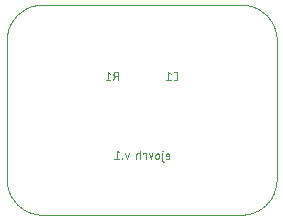
<source format=gbo>
G04 EAGLE Gerber RS-274X export*
G75*
%MOMM*%
%FSLAX35Y35*%
%LPD*%
%INsilk_bottom*%
%IPPOS*%
%AMOC8*
5,1,8,0,0,1.08239X$1,22.5*%
G01*
%ADD10C,0.000000*%
%ADD11C,0.050800*%


D10*
X1778000Y2240000D02*
X1778000Y1062000D01*
X1778088Y1054751D01*
X1778350Y1047506D01*
X1778788Y1040270D01*
X1779401Y1033046D01*
X1780187Y1025839D01*
X1781148Y1018653D01*
X1782282Y1011493D01*
X1783589Y1004362D01*
X1785068Y997265D01*
X1786717Y990205D01*
X1788537Y983188D01*
X1790526Y976216D01*
X1792683Y969295D01*
X1795006Y962428D01*
X1797495Y955619D01*
X1800148Y948872D01*
X1802962Y942191D01*
X1805938Y935580D01*
X1809072Y929043D01*
X1812363Y922583D01*
X1815810Y916205D01*
X1819409Y909912D01*
X1823160Y903708D01*
X1827059Y897596D01*
X1831105Y891581D01*
X1835295Y885664D01*
X1839627Y879851D01*
X1844098Y874144D01*
X1848705Y868547D01*
X1853447Y863063D01*
X1858319Y857695D01*
X1863320Y852447D01*
X1868447Y847320D01*
X1873695Y842319D01*
X1879063Y837447D01*
X1884547Y832705D01*
X1890144Y828098D01*
X1895851Y823627D01*
X1901664Y819295D01*
X1907581Y815105D01*
X1913596Y811059D01*
X1919708Y807160D01*
X1925912Y803409D01*
X1932205Y799810D01*
X1938583Y796363D01*
X1945043Y793072D01*
X1951580Y789938D01*
X1958191Y786962D01*
X1964872Y784148D01*
X1971619Y781495D01*
X1978428Y779006D01*
X1985295Y776683D01*
X1992216Y774526D01*
X1999188Y772537D01*
X2006205Y770717D01*
X2013265Y769068D01*
X2020362Y767589D01*
X2027493Y766282D01*
X2034653Y765148D01*
X2041839Y764187D01*
X2049046Y763401D01*
X2056270Y762788D01*
X2063506Y762350D01*
X2070751Y762088D01*
X2078000Y762000D01*
X3762337Y762000D01*
X3769696Y762090D01*
X3777050Y762361D01*
X3784395Y762812D01*
X3791727Y763443D01*
X3799042Y764254D01*
X3806334Y765244D01*
X3813600Y766412D01*
X3820835Y767759D01*
X3828034Y769282D01*
X3835195Y770981D01*
X3842311Y772856D01*
X3849379Y774905D01*
X3856395Y777126D01*
X3863354Y779519D01*
X3870253Y782082D01*
X3877086Y784813D01*
X3883851Y787711D01*
X3890542Y790774D01*
X3897157Y794001D01*
X3903690Y797388D01*
X3910138Y800935D01*
X3916497Y804639D01*
X3922763Y808498D01*
X3928933Y812509D01*
X3935003Y816670D01*
X3940968Y820980D01*
X3946827Y825434D01*
X3952574Y830030D01*
X3958206Y834766D01*
X3963721Y839639D01*
X3969115Y844646D01*
X3974384Y849783D01*
X3979526Y855048D01*
X3984537Y860438D01*
X3989414Y865949D01*
X3994154Y871578D01*
X3998755Y877321D01*
X4003214Y883176D01*
X4007528Y889138D01*
X4011694Y895204D01*
X4015711Y901371D01*
X4019574Y907634D01*
X4023283Y913990D01*
X4026835Y920435D01*
X4030228Y926966D01*
X4033460Y933577D01*
X4036528Y940266D01*
X4039432Y947028D01*
X4042169Y953860D01*
X4044737Y960756D01*
X4047135Y967714D01*
X4049362Y974728D01*
X4051417Y981794D01*
X4053297Y988909D01*
X4055002Y996068D01*
X4056531Y1003267D01*
X4057884Y1010501D01*
X4059058Y1017765D01*
X4060054Y1025057D01*
X4060870Y1032371D01*
X4061507Y1039702D01*
X4061964Y1047047D01*
X4062241Y1054401D01*
X4062337Y1061760D01*
X4063662Y2239685D01*
X4063582Y2246939D01*
X4063327Y2254189D01*
X4062896Y2261431D01*
X4062291Y2268660D01*
X4061511Y2275872D01*
X4060557Y2283064D01*
X4059429Y2290230D01*
X4058128Y2297367D01*
X4056655Y2304471D01*
X4055010Y2311536D01*
X4053196Y2318560D01*
X4051212Y2325538D01*
X4049059Y2332466D01*
X4046740Y2339340D01*
X4044256Y2346156D01*
X4041607Y2352910D01*
X4038796Y2359598D01*
X4035823Y2366215D01*
X4032692Y2372759D01*
X4029403Y2379226D01*
X4025959Y2385611D01*
X4022362Y2391910D01*
X4018613Y2398121D01*
X4014715Y2404240D01*
X4010671Y2410262D01*
X4006482Y2416185D01*
X4002151Y2422005D01*
X3997680Y2427718D01*
X3993073Y2433322D01*
X3988331Y2438813D01*
X3983458Y2444187D01*
X3978457Y2449442D01*
X3973330Y2454574D01*
X3968080Y2459581D01*
X3962711Y2464460D01*
X3957225Y2469207D01*
X3951626Y2473821D01*
X3945918Y2478297D01*
X3940102Y2482634D01*
X3934184Y2486830D01*
X3928166Y2490881D01*
X3922051Y2494785D01*
X3915844Y2498540D01*
X3909548Y2502144D01*
X3903167Y2505595D01*
X3896704Y2508890D01*
X3890163Y2512029D01*
X3883549Y2515008D01*
X3876864Y2517826D01*
X3870113Y2520482D01*
X3863300Y2522974D01*
X3856428Y2525300D01*
X3849503Y2527460D01*
X3842527Y2529451D01*
X3835505Y2531273D01*
X3828441Y2532925D01*
X3821339Y2534405D01*
X3814203Y2535714D01*
X3807038Y2536849D01*
X3799848Y2537811D01*
X3792636Y2538599D01*
X3785407Y2539212D01*
X3778166Y2539650D01*
X3770916Y2539913D01*
X3763662Y2540000D01*
X3763663Y2540000D02*
X2078000Y2540000D01*
X2070751Y2539912D01*
X2063506Y2539650D01*
X2056270Y2539212D01*
X2049046Y2538599D01*
X2041839Y2537813D01*
X2034653Y2536852D01*
X2027493Y2535718D01*
X2020362Y2534411D01*
X2013265Y2532932D01*
X2006205Y2531283D01*
X1999188Y2529463D01*
X1992216Y2527474D01*
X1985295Y2525317D01*
X1978428Y2522994D01*
X1971619Y2520505D01*
X1964872Y2517852D01*
X1958191Y2515038D01*
X1951580Y2512062D01*
X1945043Y2508928D01*
X1938583Y2505637D01*
X1932205Y2502190D01*
X1925912Y2498591D01*
X1919708Y2494840D01*
X1913596Y2490941D01*
X1907581Y2486895D01*
X1901664Y2482705D01*
X1895851Y2478373D01*
X1890144Y2473902D01*
X1884547Y2469295D01*
X1879063Y2464553D01*
X1873695Y2459681D01*
X1868447Y2454680D01*
X1863320Y2449553D01*
X1858319Y2444305D01*
X1853447Y2438937D01*
X1848705Y2433453D01*
X1844098Y2427856D01*
X1839627Y2422149D01*
X1835295Y2416336D01*
X1831105Y2410419D01*
X1827059Y2404404D01*
X1823160Y2398292D01*
X1819409Y2392088D01*
X1815810Y2385795D01*
X1812363Y2379417D01*
X1809072Y2372957D01*
X1805938Y2366420D01*
X1802962Y2359809D01*
X1800148Y2353128D01*
X1797495Y2346381D01*
X1795006Y2339572D01*
X1792683Y2332705D01*
X1790526Y2325784D01*
X1788537Y2318812D01*
X1786717Y2311795D01*
X1785068Y2304735D01*
X1783589Y2297638D01*
X1782282Y2290507D01*
X1781148Y2283347D01*
X1780187Y2276161D01*
X1779401Y2268954D01*
X1778788Y2261730D01*
X1778350Y2254494D01*
X1778088Y2247249D01*
X1778000Y2240000D01*
D11*
X3122278Y1235040D02*
X3141701Y1235040D01*
X3141983Y1235043D01*
X3142264Y1235054D01*
X3142545Y1235071D01*
X3142826Y1235094D01*
X3143106Y1235125D01*
X3143385Y1235162D01*
X3143663Y1235206D01*
X3143940Y1235257D01*
X3144216Y1235315D01*
X3144490Y1235379D01*
X3144762Y1235449D01*
X3145033Y1235527D01*
X3145302Y1235610D01*
X3145569Y1235701D01*
X3145833Y1235797D01*
X3146095Y1235900D01*
X3146355Y1236010D01*
X3146612Y1236125D01*
X3146866Y1236247D01*
X3147116Y1236375D01*
X3147364Y1236509D01*
X3147609Y1236648D01*
X3147850Y1236794D01*
X3148087Y1236946D01*
X3148321Y1237103D01*
X3148550Y1237266D01*
X3148776Y1237434D01*
X3148998Y1237607D01*
X3149215Y1237786D01*
X3149428Y1237971D01*
X3149637Y1238160D01*
X3149841Y1238354D01*
X3150040Y1238553D01*
X3150234Y1238757D01*
X3150423Y1238966D01*
X3150608Y1239179D01*
X3150787Y1239396D01*
X3150960Y1239618D01*
X3151128Y1239844D01*
X3151291Y1240073D01*
X3151448Y1240307D01*
X3151600Y1240544D01*
X3151746Y1240785D01*
X3151885Y1241030D01*
X3152019Y1241278D01*
X3152147Y1241528D01*
X3152269Y1241782D01*
X3152384Y1242039D01*
X3152494Y1242299D01*
X3152597Y1242561D01*
X3152693Y1242825D01*
X3152784Y1243092D01*
X3152867Y1243361D01*
X3152945Y1243632D01*
X3153015Y1243904D01*
X3153079Y1244178D01*
X3153137Y1244454D01*
X3153188Y1244731D01*
X3153232Y1245009D01*
X3153269Y1245288D01*
X3153300Y1245568D01*
X3153323Y1245849D01*
X3153340Y1246130D01*
X3153351Y1246411D01*
X3153354Y1246693D01*
X3153354Y1266115D01*
X3153349Y1266493D01*
X3153336Y1266872D01*
X3153313Y1267249D01*
X3153280Y1267626D01*
X3153239Y1268002D01*
X3153188Y1268377D01*
X3153129Y1268751D01*
X3153060Y1269123D01*
X3152982Y1269493D01*
X3152896Y1269862D01*
X3152800Y1270228D01*
X3152695Y1270591D01*
X3152582Y1270952D01*
X3152460Y1271311D01*
X3152329Y1271666D01*
X3152189Y1272017D01*
X3152041Y1272366D01*
X3151885Y1272710D01*
X3151720Y1273051D01*
X3151547Y1273387D01*
X3151366Y1273720D01*
X3151177Y1274047D01*
X3150980Y1274370D01*
X3150775Y1274688D01*
X3150562Y1275001D01*
X3150342Y1275309D01*
X3150114Y1275611D01*
X3149879Y1275908D01*
X3149637Y1276199D01*
X3149388Y1276484D01*
X3149132Y1276763D01*
X3148870Y1277035D01*
X3148601Y1277301D01*
X3148325Y1277560D01*
X3148043Y1277813D01*
X3147755Y1278058D01*
X3147461Y1278297D01*
X3147162Y1278528D01*
X3146857Y1278752D01*
X3146547Y1278968D01*
X3146231Y1279177D01*
X3145910Y1279378D01*
X3145585Y1279571D01*
X3145255Y1279756D01*
X3144921Y1279934D01*
X3144582Y1280103D01*
X3144239Y1280263D01*
X3143893Y1280415D01*
X3143543Y1280559D01*
X3143190Y1280694D01*
X3142833Y1280821D01*
X3142473Y1280939D01*
X3142111Y1281048D01*
X3141746Y1281148D01*
X3141379Y1281239D01*
X3141010Y1281321D01*
X3140638Y1281395D01*
X3140265Y1281459D01*
X3139891Y1281514D01*
X3139515Y1281560D01*
X3139139Y1281597D01*
X3138761Y1281624D01*
X3138383Y1281643D01*
X3138005Y1281652D01*
X3137627Y1281652D01*
X3137249Y1281643D01*
X3136871Y1281624D01*
X3136493Y1281597D01*
X3136117Y1281560D01*
X3135741Y1281514D01*
X3135367Y1281459D01*
X3134994Y1281395D01*
X3134622Y1281321D01*
X3134253Y1281239D01*
X3133886Y1281148D01*
X3133521Y1281048D01*
X3133159Y1280939D01*
X3132799Y1280821D01*
X3132442Y1280694D01*
X3132089Y1280559D01*
X3131739Y1280415D01*
X3131393Y1280263D01*
X3131050Y1280103D01*
X3130711Y1279934D01*
X3130377Y1279756D01*
X3130047Y1279571D01*
X3129722Y1279378D01*
X3129401Y1279177D01*
X3129085Y1278968D01*
X3128775Y1278752D01*
X3128470Y1278528D01*
X3128171Y1278297D01*
X3127877Y1278058D01*
X3127589Y1277813D01*
X3127307Y1277560D01*
X3127031Y1277301D01*
X3126762Y1277035D01*
X3126500Y1276763D01*
X3126244Y1276484D01*
X3125995Y1276199D01*
X3125753Y1275908D01*
X3125518Y1275611D01*
X3125290Y1275309D01*
X3125070Y1275001D01*
X3124857Y1274688D01*
X3124652Y1274370D01*
X3124455Y1274047D01*
X3124266Y1273720D01*
X3124085Y1273387D01*
X3123912Y1273051D01*
X3123747Y1272710D01*
X3123591Y1272366D01*
X3123443Y1272017D01*
X3123303Y1271666D01*
X3123172Y1271311D01*
X3123050Y1270952D01*
X3122937Y1270591D01*
X3122832Y1270228D01*
X3122736Y1269862D01*
X3122650Y1269493D01*
X3122572Y1269123D01*
X3122503Y1268751D01*
X3122444Y1268377D01*
X3122393Y1268002D01*
X3122352Y1267626D01*
X3122319Y1267249D01*
X3122296Y1266872D01*
X3122283Y1266493D01*
X3122278Y1266115D01*
X3122278Y1258347D01*
X3153354Y1258347D01*
X3096144Y1281653D02*
X3096144Y1223387D01*
X3096148Y1223101D01*
X3096158Y1222815D01*
X3096176Y1222530D01*
X3096200Y1222245D01*
X3096232Y1221960D01*
X3096270Y1221677D01*
X3096316Y1221395D01*
X3096368Y1221113D01*
X3096427Y1220834D01*
X3096493Y1220555D01*
X3096566Y1220279D01*
X3096646Y1220004D01*
X3096732Y1219731D01*
X3096825Y1219461D01*
X3096925Y1219193D01*
X3097031Y1218927D01*
X3097144Y1218664D01*
X3097263Y1218404D01*
X3097388Y1218147D01*
X3097520Y1217894D01*
X3097658Y1217643D01*
X3097802Y1217396D01*
X3097952Y1217152D01*
X3098108Y1216913D01*
X3098270Y1216677D01*
X3098437Y1216445D01*
X3098610Y1216217D01*
X3098789Y1215994D01*
X3098973Y1215775D01*
X3099163Y1215561D01*
X3099357Y1215351D01*
X3099557Y1215147D01*
X3099762Y1214947D01*
X3099971Y1214752D01*
X3100186Y1214563D01*
X3100405Y1214379D01*
X3100628Y1214200D01*
X3100855Y1214027D01*
X3101087Y1213859D01*
X3101323Y1213697D01*
X3101563Y1213541D01*
X3101806Y1213391D01*
X3102053Y1213247D01*
X3102304Y1213109D01*
X3102558Y1212978D01*
X3102815Y1212852D01*
X3103075Y1212733D01*
X3103338Y1212620D01*
X3103603Y1212514D01*
X3103871Y1212414D01*
X3104142Y1212321D01*
X3104415Y1212235D01*
X3104689Y1212155D01*
X3104966Y1212082D01*
X3105244Y1212016D01*
X3105524Y1211957D01*
X3105805Y1211905D01*
X3106087Y1211859D01*
X3106371Y1211821D01*
X3106655Y1211789D01*
X3106940Y1211765D01*
X3107226Y1211747D01*
X3107511Y1211737D01*
X3107797Y1211733D01*
X3111681Y1211733D01*
X3098086Y1301075D02*
X3098086Y1304960D01*
X3094201Y1304960D01*
X3094201Y1301075D01*
X3098086Y1301075D01*
X3067854Y1266115D02*
X3067854Y1250578D01*
X3067854Y1266115D02*
X3067849Y1266493D01*
X3067836Y1266872D01*
X3067813Y1267249D01*
X3067780Y1267626D01*
X3067739Y1268002D01*
X3067688Y1268377D01*
X3067629Y1268751D01*
X3067560Y1269123D01*
X3067482Y1269493D01*
X3067396Y1269862D01*
X3067300Y1270228D01*
X3067195Y1270591D01*
X3067082Y1270952D01*
X3066960Y1271311D01*
X3066829Y1271666D01*
X3066689Y1272017D01*
X3066541Y1272366D01*
X3066385Y1272710D01*
X3066220Y1273051D01*
X3066047Y1273387D01*
X3065866Y1273720D01*
X3065677Y1274047D01*
X3065480Y1274370D01*
X3065275Y1274688D01*
X3065062Y1275001D01*
X3064842Y1275309D01*
X3064614Y1275611D01*
X3064379Y1275908D01*
X3064137Y1276199D01*
X3063888Y1276484D01*
X3063632Y1276763D01*
X3063370Y1277035D01*
X3063101Y1277301D01*
X3062825Y1277560D01*
X3062543Y1277813D01*
X3062255Y1278058D01*
X3061961Y1278297D01*
X3061662Y1278528D01*
X3061357Y1278752D01*
X3061047Y1278968D01*
X3060731Y1279177D01*
X3060410Y1279378D01*
X3060085Y1279571D01*
X3059755Y1279756D01*
X3059421Y1279934D01*
X3059082Y1280103D01*
X3058739Y1280263D01*
X3058393Y1280415D01*
X3058043Y1280559D01*
X3057690Y1280694D01*
X3057333Y1280821D01*
X3056973Y1280939D01*
X3056611Y1281048D01*
X3056246Y1281148D01*
X3055879Y1281239D01*
X3055510Y1281321D01*
X3055138Y1281395D01*
X3054765Y1281459D01*
X3054391Y1281514D01*
X3054015Y1281560D01*
X3053639Y1281597D01*
X3053261Y1281624D01*
X3052883Y1281643D01*
X3052505Y1281652D01*
X3052127Y1281652D01*
X3051749Y1281643D01*
X3051371Y1281624D01*
X3050993Y1281597D01*
X3050617Y1281560D01*
X3050241Y1281514D01*
X3049867Y1281459D01*
X3049494Y1281395D01*
X3049122Y1281321D01*
X3048753Y1281239D01*
X3048386Y1281148D01*
X3048021Y1281048D01*
X3047659Y1280939D01*
X3047299Y1280821D01*
X3046942Y1280694D01*
X3046589Y1280559D01*
X3046239Y1280415D01*
X3045893Y1280263D01*
X3045550Y1280103D01*
X3045211Y1279934D01*
X3044877Y1279756D01*
X3044547Y1279571D01*
X3044222Y1279378D01*
X3043901Y1279177D01*
X3043585Y1278968D01*
X3043275Y1278752D01*
X3042970Y1278528D01*
X3042671Y1278297D01*
X3042377Y1278058D01*
X3042089Y1277813D01*
X3041807Y1277560D01*
X3041531Y1277301D01*
X3041262Y1277035D01*
X3041000Y1276763D01*
X3040744Y1276484D01*
X3040495Y1276199D01*
X3040253Y1275908D01*
X3040018Y1275611D01*
X3039790Y1275309D01*
X3039570Y1275001D01*
X3039357Y1274688D01*
X3039152Y1274370D01*
X3038955Y1274047D01*
X3038766Y1273720D01*
X3038585Y1273387D01*
X3038412Y1273051D01*
X3038247Y1272710D01*
X3038091Y1272366D01*
X3037943Y1272017D01*
X3037803Y1271666D01*
X3037672Y1271311D01*
X3037550Y1270952D01*
X3037437Y1270591D01*
X3037332Y1270228D01*
X3037236Y1269862D01*
X3037150Y1269493D01*
X3037072Y1269123D01*
X3037003Y1268751D01*
X3036944Y1268377D01*
X3036893Y1268002D01*
X3036852Y1267626D01*
X3036819Y1267249D01*
X3036796Y1266872D01*
X3036783Y1266493D01*
X3036778Y1266115D01*
X3036779Y1266115D02*
X3036779Y1250578D01*
X3036778Y1250578D02*
X3036783Y1250200D01*
X3036796Y1249821D01*
X3036819Y1249444D01*
X3036852Y1249067D01*
X3036893Y1248691D01*
X3036944Y1248316D01*
X3037003Y1247942D01*
X3037072Y1247570D01*
X3037150Y1247200D01*
X3037236Y1246831D01*
X3037332Y1246465D01*
X3037437Y1246102D01*
X3037550Y1245741D01*
X3037672Y1245382D01*
X3037803Y1245027D01*
X3037943Y1244676D01*
X3038091Y1244327D01*
X3038247Y1243983D01*
X3038412Y1243642D01*
X3038585Y1243306D01*
X3038766Y1242973D01*
X3038955Y1242646D01*
X3039152Y1242323D01*
X3039357Y1242005D01*
X3039570Y1241692D01*
X3039790Y1241384D01*
X3040018Y1241082D01*
X3040253Y1240785D01*
X3040495Y1240494D01*
X3040744Y1240209D01*
X3041000Y1239930D01*
X3041262Y1239658D01*
X3041531Y1239392D01*
X3041807Y1239133D01*
X3042089Y1238880D01*
X3042377Y1238635D01*
X3042671Y1238396D01*
X3042970Y1238165D01*
X3043275Y1237941D01*
X3043585Y1237725D01*
X3043901Y1237516D01*
X3044222Y1237315D01*
X3044547Y1237122D01*
X3044877Y1236937D01*
X3045211Y1236759D01*
X3045550Y1236590D01*
X3045893Y1236430D01*
X3046239Y1236278D01*
X3046589Y1236134D01*
X3046942Y1235999D01*
X3047299Y1235872D01*
X3047659Y1235754D01*
X3048021Y1235645D01*
X3048386Y1235545D01*
X3048753Y1235454D01*
X3049122Y1235372D01*
X3049494Y1235298D01*
X3049867Y1235234D01*
X3050241Y1235179D01*
X3050617Y1235133D01*
X3050993Y1235096D01*
X3051371Y1235069D01*
X3051749Y1235050D01*
X3052127Y1235041D01*
X3052505Y1235041D01*
X3052883Y1235050D01*
X3053261Y1235069D01*
X3053639Y1235096D01*
X3054015Y1235133D01*
X3054391Y1235179D01*
X3054765Y1235234D01*
X3055138Y1235298D01*
X3055510Y1235372D01*
X3055879Y1235454D01*
X3056246Y1235545D01*
X3056611Y1235645D01*
X3056973Y1235754D01*
X3057333Y1235872D01*
X3057690Y1235999D01*
X3058043Y1236134D01*
X3058393Y1236278D01*
X3058739Y1236430D01*
X3059082Y1236590D01*
X3059421Y1236759D01*
X3059755Y1236937D01*
X3060085Y1237122D01*
X3060410Y1237315D01*
X3060731Y1237516D01*
X3061047Y1237725D01*
X3061357Y1237941D01*
X3061662Y1238165D01*
X3061961Y1238396D01*
X3062255Y1238635D01*
X3062543Y1238880D01*
X3062825Y1239133D01*
X3063101Y1239392D01*
X3063370Y1239658D01*
X3063632Y1239930D01*
X3063888Y1240209D01*
X3064137Y1240494D01*
X3064379Y1240785D01*
X3064614Y1241082D01*
X3064842Y1241384D01*
X3065062Y1241692D01*
X3065275Y1242005D01*
X3065480Y1242323D01*
X3065677Y1242646D01*
X3065866Y1242973D01*
X3066047Y1243306D01*
X3066220Y1243642D01*
X3066385Y1243983D01*
X3066541Y1244327D01*
X3066689Y1244676D01*
X3066829Y1245027D01*
X3066960Y1245382D01*
X3067082Y1245741D01*
X3067195Y1246102D01*
X3067300Y1246465D01*
X3067396Y1246831D01*
X3067482Y1247200D01*
X3067560Y1247570D01*
X3067629Y1247942D01*
X3067688Y1248316D01*
X3067739Y1248691D01*
X3067780Y1249067D01*
X3067813Y1249444D01*
X3067836Y1249821D01*
X3067849Y1250200D01*
X3067854Y1250578D01*
X3011604Y1281653D02*
X2996067Y1235040D01*
X2980529Y1281653D01*
X2952743Y1281653D02*
X2952743Y1235040D01*
X2952743Y1281653D02*
X2929436Y1281653D01*
X2929436Y1273884D01*
X2905855Y1304960D02*
X2905855Y1235040D01*
X2905855Y1281653D02*
X2886433Y1281653D01*
X2886151Y1281650D01*
X2885870Y1281639D01*
X2885589Y1281622D01*
X2885308Y1281599D01*
X2885028Y1281568D01*
X2884749Y1281531D01*
X2884471Y1281487D01*
X2884194Y1281436D01*
X2883918Y1281378D01*
X2883644Y1281314D01*
X2883372Y1281244D01*
X2883101Y1281166D01*
X2882832Y1281083D01*
X2882565Y1280992D01*
X2882301Y1280896D01*
X2882039Y1280793D01*
X2881779Y1280683D01*
X2881522Y1280568D01*
X2881268Y1280446D01*
X2881018Y1280318D01*
X2880770Y1280184D01*
X2880525Y1280045D01*
X2880284Y1279899D01*
X2880047Y1279747D01*
X2879813Y1279590D01*
X2879584Y1279427D01*
X2879358Y1279259D01*
X2879136Y1279086D01*
X2878919Y1278907D01*
X2878706Y1278722D01*
X2878497Y1278533D01*
X2878293Y1278339D01*
X2878094Y1278140D01*
X2877900Y1277936D01*
X2877711Y1277727D01*
X2877526Y1277514D01*
X2877347Y1277297D01*
X2877174Y1277075D01*
X2877006Y1276849D01*
X2876843Y1276620D01*
X2876686Y1276386D01*
X2876534Y1276149D01*
X2876388Y1275908D01*
X2876249Y1275663D01*
X2876115Y1275415D01*
X2875987Y1275165D01*
X2875865Y1274911D01*
X2875750Y1274654D01*
X2875640Y1274394D01*
X2875537Y1274132D01*
X2875441Y1273868D01*
X2875350Y1273601D01*
X2875267Y1273332D01*
X2875189Y1273061D01*
X2875119Y1272789D01*
X2875055Y1272515D01*
X2874997Y1272239D01*
X2874946Y1271962D01*
X2874902Y1271684D01*
X2874865Y1271405D01*
X2874834Y1271125D01*
X2874811Y1270844D01*
X2874794Y1270563D01*
X2874783Y1270282D01*
X2874780Y1270000D01*
X2874780Y1235040D01*
X2811356Y1281653D02*
X2795818Y1235040D01*
X2780280Y1281653D01*
X2757260Y1238924D02*
X2757260Y1235040D01*
X2757260Y1238924D02*
X2753376Y1238924D01*
X2753376Y1235040D01*
X2757260Y1235040D01*
X2727490Y1289422D02*
X2708068Y1304960D01*
X2708068Y1235040D01*
X2727490Y1235040D02*
X2688646Y1235040D01*
X2719972Y1901790D02*
X2719972Y1971710D01*
X2700549Y1971710D01*
X2700549Y1971711D02*
X2700076Y1971705D01*
X2699603Y1971688D01*
X2699131Y1971659D01*
X2698660Y1971619D01*
X2698190Y1971567D01*
X2697721Y1971504D01*
X2697254Y1971429D01*
X2696789Y1971344D01*
X2696326Y1971246D01*
X2695865Y1971138D01*
X2695408Y1971018D01*
X2694953Y1970887D01*
X2694502Y1970746D01*
X2694054Y1970593D01*
X2693611Y1970429D01*
X2693171Y1970255D01*
X2692735Y1970070D01*
X2692305Y1969875D01*
X2691879Y1969669D01*
X2691458Y1969452D01*
X2691043Y1969226D01*
X2690633Y1968989D01*
X2690230Y1968743D01*
X2689832Y1968487D01*
X2689441Y1968221D01*
X2689056Y1967946D01*
X2688678Y1967661D01*
X2688307Y1967368D01*
X2687944Y1967065D01*
X2687588Y1966754D01*
X2687239Y1966434D01*
X2686899Y1966105D01*
X2686566Y1965769D01*
X2686242Y1965425D01*
X2685927Y1965072D01*
X2685620Y1964712D01*
X2685321Y1964345D01*
X2685032Y1963971D01*
X2684752Y1963589D01*
X2684482Y1963201D01*
X2684221Y1962807D01*
X2683970Y1962406D01*
X2683728Y1962000D01*
X2683497Y1961587D01*
X2683275Y1961169D01*
X2683064Y1960746D01*
X2682863Y1960317D01*
X2682673Y1959884D01*
X2682493Y1959447D01*
X2682324Y1959005D01*
X2682166Y1958559D01*
X2682019Y1958110D01*
X2681883Y1957657D01*
X2681758Y1957201D01*
X2681644Y1956742D01*
X2681541Y1956280D01*
X2681449Y1955816D01*
X2681369Y1955350D01*
X2681300Y1954882D01*
X2681243Y1954412D01*
X2681197Y1953942D01*
X2681162Y1953470D01*
X2681139Y1952997D01*
X2681127Y1952525D01*
X2681127Y1952051D01*
X2681139Y1951579D01*
X2681162Y1951106D01*
X2681197Y1950634D01*
X2681243Y1950164D01*
X2681300Y1949694D01*
X2681369Y1949226D01*
X2681449Y1948760D01*
X2681541Y1948296D01*
X2681644Y1947834D01*
X2681758Y1947375D01*
X2681883Y1946919D01*
X2682019Y1946466D01*
X2682166Y1946017D01*
X2682324Y1945571D01*
X2682493Y1945129D01*
X2682673Y1944692D01*
X2682863Y1944259D01*
X2683064Y1943830D01*
X2683275Y1943407D01*
X2683497Y1942989D01*
X2683728Y1942577D01*
X2683970Y1942170D01*
X2684221Y1941769D01*
X2684482Y1941375D01*
X2684752Y1940987D01*
X2685032Y1940605D01*
X2685321Y1940231D01*
X2685620Y1939864D01*
X2685927Y1939504D01*
X2686242Y1939151D01*
X2686566Y1938807D01*
X2686899Y1938471D01*
X2687239Y1938142D01*
X2687588Y1937822D01*
X2687944Y1937511D01*
X2688307Y1937208D01*
X2688678Y1936915D01*
X2689056Y1936630D01*
X2689441Y1936355D01*
X2689832Y1936089D01*
X2690230Y1935833D01*
X2690633Y1935587D01*
X2691043Y1935350D01*
X2691458Y1935124D01*
X2691879Y1934907D01*
X2692305Y1934701D01*
X2692735Y1934506D01*
X2693171Y1934321D01*
X2693611Y1934147D01*
X2694054Y1933983D01*
X2694502Y1933830D01*
X2694953Y1933689D01*
X2695408Y1933558D01*
X2695865Y1933438D01*
X2696326Y1933330D01*
X2696789Y1933232D01*
X2697254Y1933147D01*
X2697721Y1933072D01*
X2698190Y1933009D01*
X2698660Y1932957D01*
X2699131Y1932917D01*
X2699603Y1932888D01*
X2700076Y1932871D01*
X2700549Y1932865D01*
X2719972Y1932865D01*
X2696665Y1932865D02*
X2681127Y1901790D01*
X2652873Y1956172D02*
X2633451Y1971710D01*
X2633451Y1901790D01*
X2652873Y1901790D02*
X2614029Y1901790D01*
X3191563Y1901790D02*
X3207100Y1901790D01*
X3207475Y1901795D01*
X3207851Y1901808D01*
X3208225Y1901831D01*
X3208600Y1901863D01*
X3208973Y1901903D01*
X3209345Y1901953D01*
X3209716Y1902012D01*
X3210085Y1902079D01*
X3210453Y1902156D01*
X3210818Y1902242D01*
X3211182Y1902336D01*
X3211543Y1902439D01*
X3211902Y1902550D01*
X3212257Y1902671D01*
X3212610Y1902800D01*
X3212959Y1902937D01*
X3213305Y1903083D01*
X3213648Y1903237D01*
X3213986Y1903399D01*
X3214321Y1903570D01*
X3214651Y1903748D01*
X3214977Y1903935D01*
X3215298Y1904129D01*
X3215615Y1904331D01*
X3215927Y1904540D01*
X3216233Y1904757D01*
X3216534Y1904982D01*
X3216830Y1905213D01*
X3217120Y1905452D01*
X3217404Y1905698D01*
X3217682Y1905950D01*
X3217953Y1906209D01*
X3218219Y1906475D01*
X3218478Y1906746D01*
X3218730Y1907024D01*
X3218976Y1907308D01*
X3219215Y1907598D01*
X3219446Y1907894D01*
X3219671Y1908195D01*
X3219888Y1908501D01*
X3220097Y1908813D01*
X3220299Y1909130D01*
X3220493Y1909451D01*
X3220680Y1909777D01*
X3220858Y1910107D01*
X3221029Y1910442D01*
X3221191Y1910780D01*
X3221345Y1911123D01*
X3221491Y1911469D01*
X3221628Y1911818D01*
X3221757Y1912171D01*
X3221878Y1912526D01*
X3221989Y1912885D01*
X3222092Y1913246D01*
X3222186Y1913610D01*
X3222272Y1913975D01*
X3222349Y1914343D01*
X3222416Y1914712D01*
X3222475Y1915083D01*
X3222525Y1915455D01*
X3222565Y1915828D01*
X3222597Y1916203D01*
X3222620Y1916577D01*
X3222633Y1916953D01*
X3222638Y1917328D01*
X3222638Y1956172D01*
X3222633Y1956547D01*
X3222620Y1956923D01*
X3222597Y1957297D01*
X3222565Y1957672D01*
X3222525Y1958045D01*
X3222475Y1958417D01*
X3222416Y1958788D01*
X3222349Y1959157D01*
X3222272Y1959525D01*
X3222186Y1959890D01*
X3222092Y1960254D01*
X3221989Y1960615D01*
X3221878Y1960974D01*
X3221757Y1961329D01*
X3221628Y1961682D01*
X3221491Y1962031D01*
X3221345Y1962377D01*
X3221191Y1962720D01*
X3221029Y1963058D01*
X3220858Y1963393D01*
X3220680Y1963723D01*
X3220493Y1964049D01*
X3220299Y1964370D01*
X3220097Y1964687D01*
X3219888Y1964999D01*
X3219671Y1965305D01*
X3219446Y1965606D01*
X3219215Y1965902D01*
X3218976Y1966192D01*
X3218730Y1966476D01*
X3218478Y1966754D01*
X3218219Y1967025D01*
X3217953Y1967291D01*
X3217682Y1967550D01*
X3217404Y1967802D01*
X3217120Y1968048D01*
X3216830Y1968287D01*
X3216534Y1968518D01*
X3216233Y1968743D01*
X3215927Y1968960D01*
X3215615Y1969169D01*
X3215298Y1969371D01*
X3214977Y1969565D01*
X3214651Y1969752D01*
X3214321Y1969930D01*
X3213986Y1970101D01*
X3213648Y1970263D01*
X3213305Y1970417D01*
X3212959Y1970563D01*
X3212610Y1970700D01*
X3212257Y1970829D01*
X3211902Y1970950D01*
X3211543Y1971061D01*
X3211182Y1971164D01*
X3210818Y1971258D01*
X3210453Y1971344D01*
X3210085Y1971421D01*
X3209716Y1971488D01*
X3209345Y1971547D01*
X3208973Y1971597D01*
X3208600Y1971637D01*
X3208225Y1971669D01*
X3207851Y1971692D01*
X3207475Y1971705D01*
X3207100Y1971710D01*
X3191563Y1971710D01*
X3166207Y1956172D02*
X3146785Y1971710D01*
X3146785Y1901790D01*
X3166207Y1901790D02*
X3127363Y1901790D01*
M02*

</source>
